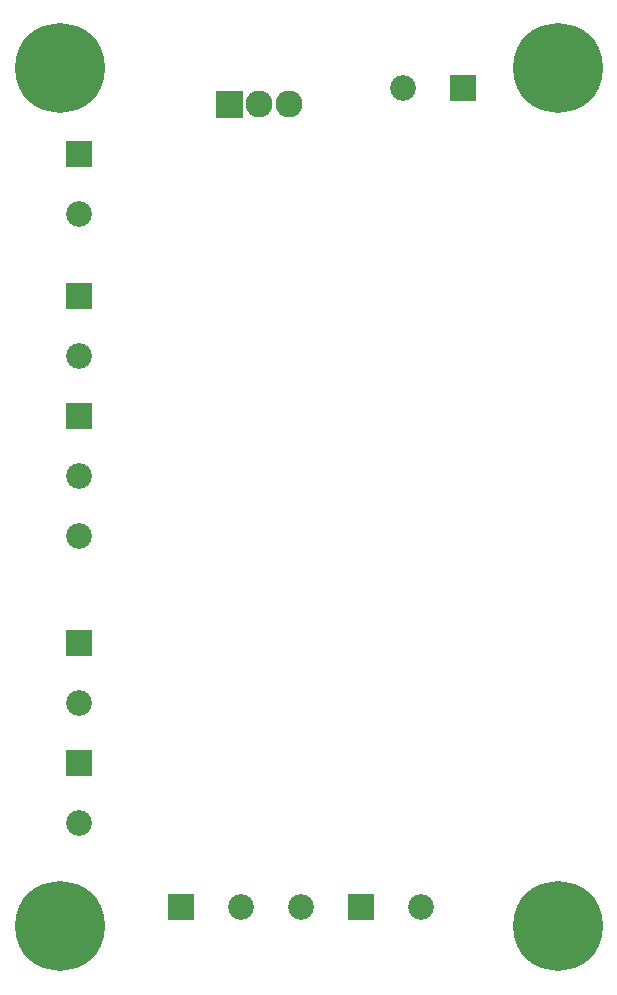
<source format=gbr>
G04 start of page 7 for group -4062 idx -4062 *
G04 Title: (unknown), soldermask *
G04 Creator: pcb 4.0.2 *
G04 CreationDate: Wed Jul  1 19:07:19 2020 UTC *
G04 For: ndholmes *
G04 Format: Gerber/RS-274X *
G04 PCB-Dimensions (mil): 2000.00 3200.00 *
G04 PCB-Coordinate-Origin: lower left *
%MOIN*%
%FSLAX25Y25*%
%LNBOTTOMMASK*%
%ADD54C,0.0900*%
%ADD53C,0.0860*%
%ADD52C,0.0001*%
%ADD51C,0.2997*%
G54D51*X17000Y17000D03*
G54D52*G36*
X53200Y27800D02*Y19200D01*
X61800D01*
Y27800D01*
X53200D01*
G37*
G54D53*X77500Y23500D03*
X97500D03*
G54D52*G36*
X113200Y27800D02*Y19200D01*
X121800D01*
Y27800D01*
X113200D01*
G37*
G54D53*X137500Y23500D03*
G54D51*X183000Y17000D03*
G54D52*G36*
X19200Y191300D02*Y182700D01*
X27800D01*
Y191300D01*
X19200D01*
G37*
G54D53*X23500Y167000D03*
Y147000D03*
G54D52*G36*
X19200Y115800D02*Y107200D01*
X27800D01*
Y115800D01*
X19200D01*
G37*
G54D53*X23500Y91500D03*
G54D52*G36*
X19200Y75800D02*Y67200D01*
X27800D01*
Y75800D01*
X19200D01*
G37*
G54D53*X23500Y51500D03*
G54D54*X93500Y291000D03*
X83500D03*
G54D52*G36*
X69000Y295500D02*Y286500D01*
X78000D01*
Y295500D01*
X69000D01*
G37*
G36*
X19200Y231300D02*Y222700D01*
X27800D01*
Y231300D01*
X19200D01*
G37*
G54D53*X23500Y207000D03*
G54D52*G36*
X19200Y278800D02*Y270200D01*
X27800D01*
Y278800D01*
X19200D01*
G37*
G54D53*X23500Y254500D03*
G54D51*X17000Y303000D03*
X183000D03*
G54D52*G36*
X147200Y300800D02*Y292200D01*
X155800D01*
Y300800D01*
X147200D01*
G37*
G54D53*X131500Y296500D03*
M02*

</source>
